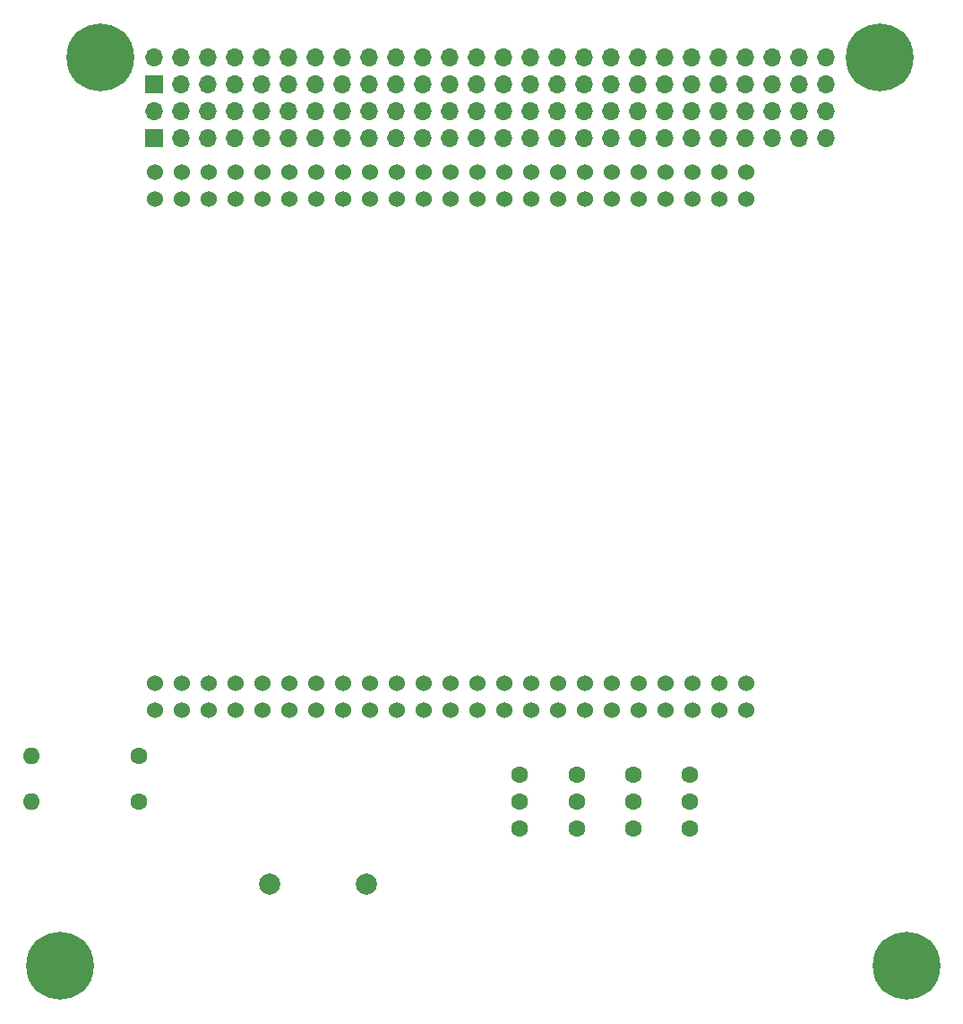
<source format=gbr>
%TF.GenerationSoftware,KiCad,Pcbnew,8.0.2-1*%
%TF.CreationDate,2024-09-16T16:57:07-05:00*%
%TF.ProjectId,BeagleBonePC104,42656167-6c65-4426-9f6e-655043313034,rev?*%
%TF.SameCoordinates,Original*%
%TF.FileFunction,Soldermask,Bot*%
%TF.FilePolarity,Negative*%
%FSLAX46Y46*%
G04 Gerber Fmt 4.6, Leading zero omitted, Abs format (unit mm)*
G04 Created by KiCad (PCBNEW 8.0.2-1) date 2024-09-16 16:57:07*
%MOMM*%
%LPD*%
G01*
G04 APERTURE LIST*
%ADD10C,2.000000*%
%ADD11C,1.600000*%
%ADD12O,1.600000X1.600000*%
%ADD13C,1.524000*%
%ADD14C,6.400000*%
%ADD15R,1.700000X1.700000*%
%ADD16O,1.700000X1.700000*%
G04 APERTURE END LIST*
D10*
%TO.C,TP1*%
X114100000Y-157200000D03*
%TD*%
D11*
%TO.C,R1*%
X92580000Y-145100000D03*
D12*
X82420000Y-145100000D03*
%TD*%
D10*
%TO.C,GND*%
X104900000Y-157200000D03*
%TD*%
D13*
%TO.C,U1*%
X149980000Y-140800000D03*
X149980000Y-138260000D03*
X147440000Y-140800000D03*
X147440000Y-138260000D03*
X144900000Y-140800000D03*
X144900000Y-138260000D03*
X142360000Y-140800000D03*
X142360000Y-138260000D03*
X139820000Y-140800000D03*
X139820000Y-138260000D03*
X137280000Y-140800000D03*
X137280000Y-138260000D03*
X134740000Y-140800000D03*
X134740000Y-138260000D03*
X132200000Y-140800000D03*
X132200000Y-138260000D03*
X129660000Y-140800000D03*
X129660000Y-138260000D03*
X127120000Y-140800000D03*
X127120000Y-138260000D03*
X124580000Y-140800000D03*
X124580000Y-138260000D03*
X122040000Y-140800000D03*
X122040000Y-138260000D03*
X119500000Y-140800000D03*
X119500000Y-138260000D03*
X116960000Y-140800000D03*
X116960000Y-138260000D03*
X114420000Y-140800000D03*
X114420000Y-138260000D03*
X111880000Y-140800000D03*
X111880000Y-138260000D03*
X109340000Y-140800000D03*
X109340000Y-138260000D03*
X106800000Y-140800000D03*
X106800000Y-138260000D03*
X104260000Y-140800000D03*
X104260000Y-138260000D03*
X101720000Y-140800000D03*
X101720000Y-138260000D03*
X99180000Y-140800000D03*
X99180000Y-138260000D03*
X96640000Y-140800000D03*
X96640000Y-138260000D03*
X94100000Y-140800000D03*
X94100000Y-138260000D03*
X149980000Y-92540000D03*
X149980000Y-90000000D03*
X147440000Y-92540000D03*
X147440000Y-90000000D03*
X144900000Y-92540000D03*
X144900000Y-90000000D03*
X142360000Y-92540000D03*
X142360000Y-90000000D03*
X139820000Y-92540000D03*
X139820000Y-90000000D03*
X137280000Y-92540000D03*
X137280000Y-90000000D03*
X134740000Y-92540000D03*
X134740000Y-90000000D03*
X132200000Y-92540000D03*
X132200000Y-90000000D03*
X129660000Y-92540000D03*
X129660000Y-90000000D03*
X127120000Y-92540000D03*
X127120000Y-90000000D03*
X124580000Y-92540000D03*
X124580000Y-90000000D03*
X122040000Y-92540000D03*
X122040000Y-90000000D03*
X119500000Y-92540000D03*
X119500000Y-90000000D03*
X116960000Y-92540000D03*
X116960000Y-90000000D03*
X114420000Y-92540000D03*
X114420000Y-90000000D03*
X111880000Y-92540000D03*
X111880000Y-90000000D03*
X109340000Y-92540000D03*
X109340000Y-90000000D03*
X106800000Y-92540000D03*
X106800000Y-90000000D03*
X104260000Y-92540000D03*
X104260000Y-90000000D03*
X101720000Y-92540000D03*
X101720000Y-90000000D03*
X99180000Y-92540000D03*
X99180000Y-90000000D03*
X96640000Y-92540000D03*
X96640000Y-90000000D03*
X94100000Y-92540000D03*
X94100000Y-90000000D03*
%TD*%
D11*
%TO.C,U7*%
X128600000Y-146865000D03*
X128600000Y-149405000D03*
X128600000Y-151945000D03*
%TD*%
%TO.C,R2*%
X92580000Y-149400000D03*
D12*
X82420000Y-149400000D03*
%TD*%
D14*
%TO.C,U2*%
X85090000Y-164900000D03*
X88900000Y-79170000D03*
X162560000Y-79170000D03*
X165100000Y-164900000D03*
D15*
X93980000Y-86790000D03*
D16*
X93980000Y-84250000D03*
X96520000Y-86790000D03*
X96520000Y-84250000D03*
X99060000Y-86790000D03*
X99060000Y-84250000D03*
X101600000Y-86790000D03*
X101600000Y-84250000D03*
X104140000Y-86790000D03*
X104140000Y-84250000D03*
X106680000Y-86790000D03*
X106680000Y-84250000D03*
X109220000Y-86790000D03*
X109220000Y-84250000D03*
X111760000Y-86790000D03*
X111760000Y-84250000D03*
X114300000Y-86790000D03*
X114300000Y-84250000D03*
X116840000Y-86790000D03*
X116840000Y-84250000D03*
X119380000Y-86790000D03*
X119380000Y-84250000D03*
X121920000Y-86790000D03*
X121920000Y-84250000D03*
X124460000Y-86790000D03*
X124460000Y-84250000D03*
X127000000Y-86790000D03*
X127000000Y-84250000D03*
X129540000Y-86790000D03*
X129540000Y-84250000D03*
X132080000Y-86790000D03*
X132080000Y-84250000D03*
X134620000Y-86790000D03*
X134620000Y-84250000D03*
X137160000Y-86790000D03*
X137160000Y-84250000D03*
X139700000Y-86790000D03*
X139700000Y-84250000D03*
X142240000Y-86790000D03*
X142240000Y-84250000D03*
X144780000Y-86790000D03*
X144780000Y-84250000D03*
X147320000Y-86790000D03*
X147320000Y-84250000D03*
X149860000Y-86790000D03*
X149860000Y-84250000D03*
X152400000Y-86790000D03*
X152400000Y-84250000D03*
X154940000Y-86790000D03*
X154940000Y-84250000D03*
X157480000Y-86790000D03*
X157480000Y-84250000D03*
D15*
X93980000Y-81710000D03*
D16*
X93980000Y-79170000D03*
X96520000Y-81710000D03*
X96520000Y-79170000D03*
X99060000Y-81710000D03*
X99060000Y-79170000D03*
X101600000Y-81710000D03*
X101600000Y-79170000D03*
X104140000Y-81710000D03*
X104140000Y-79170000D03*
X106680000Y-81710000D03*
X106680000Y-79170000D03*
X109220000Y-81710000D03*
X109220000Y-79170000D03*
X111760000Y-81710000D03*
X111760000Y-79170000D03*
X114300000Y-81710000D03*
X114300000Y-79170000D03*
X116840000Y-81710000D03*
X116840000Y-79170000D03*
X119380000Y-81710000D03*
X119380000Y-79170000D03*
X121920000Y-81710000D03*
X121920000Y-79170000D03*
X124460000Y-81710000D03*
X124460000Y-79170000D03*
X127000000Y-81710000D03*
X127000000Y-79170000D03*
X129540000Y-81710000D03*
X129540000Y-79170000D03*
X132080000Y-81710000D03*
X132080000Y-79170000D03*
X134620000Y-81710000D03*
X134620000Y-79170000D03*
X137160000Y-81710000D03*
X137160000Y-79170000D03*
X139700000Y-81710000D03*
X139700000Y-79170000D03*
X142240000Y-81710000D03*
X142240000Y-79170000D03*
X144780000Y-81710000D03*
X144780000Y-79170000D03*
X147320000Y-81710000D03*
X147320000Y-79170000D03*
X149860000Y-81710000D03*
X149860000Y-79170000D03*
X152400000Y-81710000D03*
X152400000Y-79170000D03*
X154940000Y-81710000D03*
X154940000Y-79170000D03*
X157480000Y-81710000D03*
X157480000Y-79170000D03*
%TD*%
D11*
%TO.C,U9*%
X139300000Y-146860000D03*
X139300000Y-149400000D03*
X139300000Y-151940000D03*
%TD*%
%TO.C,U8*%
X134000000Y-146860000D03*
X134000000Y-149400000D03*
X134000000Y-151940000D03*
%TD*%
%TO.C,U6*%
X144680000Y-146860000D03*
X144680000Y-149400000D03*
X144680000Y-151940000D03*
%TD*%
M02*

</source>
